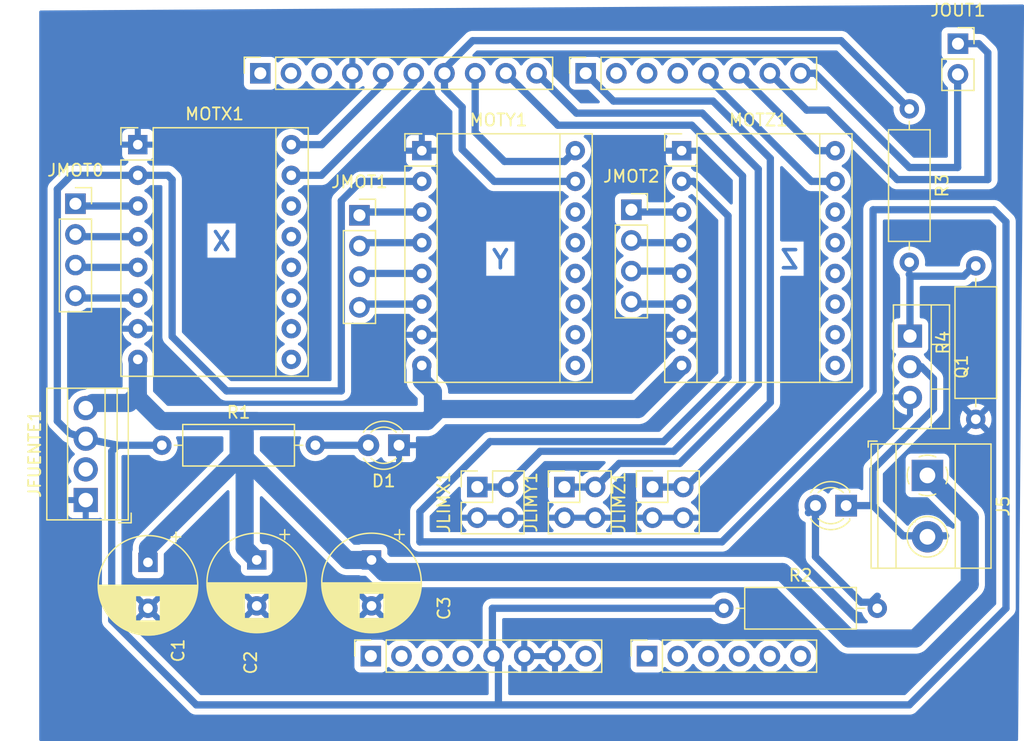
<source format=kicad_pcb>
(kicad_pcb (version 20240108) (generator "pcbnew") (generator_version "8.0")
  (title_block (date "mar. 31 mars 2015"))
  (layers (0 "F.Cu" signal) (31 "B.Cu" signal) (34 "B.Paste" user) (35 "F.Paste" user) (36 "B.SilkS" user "B.Silkscreen") (37 "F.SilkS" user "F.Silkscreen") (38 "B.Mask" user) (39 "F.Mask" user) (44 "Edge.Cuts" user))
  (net 0 "")
  (net 1 "GND")
  (net 3 "+5V")
  (net 4 "/IOREF")
  (net 5 "/A0")
  (net 6 "/A1")
  (net 7 "/A2")
  (net 8 "/A3")
  (net 9 "/SDA{slash}A4")
  (net 10 "/SCL{slash}A5")
  (net 11 "/13")
  (net 12 "/12")
  (net 13 "/AREF")
  (net 14 "/8")
  (net 15 "/7")
  (net 16 "/*11")
  (net 17 "/*10")
  (net 18 "/*9")
  (net 19 "/4")
  (net 20 "/2")
  (net 21 "/*6")
  (net 22 "/*5")
  (net 23 "/TX{slash}1")
  (net 24 "/*3")
  (net 25 "/RX{slash}0")
  (net 26 "+3V3")
  (net 27 "+12V")
  (net 28 "/~{RESET}")
  (net 29 "Net-(D1-A)")
  (net 30 "Net-(D4-K)")
  (net 31 "Net-(D4-A)")
  (net 33 "+3.3V")
  (net 34 "/MOT01B")
  (net 35 "/MOT01A")
  (net 36 "/MOT02A")
  (net 37 "/MOT02B")
  (net 38 "/MOT11B")
  (net 39 "/MOT12A")
  (net 40 "/MOT12B")
  (net 41 "/MOT11A")
  (net 42 "/MOT21B")
  (net 43 "/MOT22B")
  (net 44 "/MOT22A")
  (net 45 "/MOT21A")
  (net 48 "/MOT0MS2")
  (net 50 "/MOT0MS3")
  (net 51 "/MOT0MS1")
  (net 52 "/MOT1MS1")
  (net 55 "/MOT1MS3")
  (net 56 "/MOT1MS2")
  (net 60 "/MOT2MS3")
  (net 61 "/MOT2MS2")
  (net 62 "/MOT2MS1")
  (net 64 "Net-(Q1-G)")
  (footprint "Connector_PinSocket_2.54mm:PinSocket_1x08_P2.54mm_Vertical" (layer "F.Cu") (at 173.644 106.76 90)
    (property "Reference" "J1" (hide yes))
    (property "Value" "Power")
    (pad "1" thru_hole rect (at 0 0 90) (size 1.7 1.7) (drill 1) (layers "*.Cu" "*.Mask"))
    (pad "2" thru_hole oval (at 0 2.54 90) (size 1.7 1.7) (drill 1) (layers "*.Cu" "*.Mask") (net 4 "/IOREF"))
    (pad "3" thru_hole oval (at 0 5.08 90) (size 1.7 1.7) (drill 1) (layers "*.Cu" "*.Mask") (net 28 "/~{RESET}"))
    (pad "4" thru_hole oval (at 0 7.62 90) (size 1.7 1.7) (drill 1) (layers "*.Cu" "*.Mask") (net 26 "+3V3"))
    (pad "5" thru_hole oval (at 0 10.16 90) (size 1.7 1.7) (drill 1) (layers "*.Cu" "*.Mask") (net 3 "+5V"))
    (pad "6" thru_hole oval (at 0 12.7 90) (size 1.7 1.7) (drill 1) (layers "*.Cu" "*.Mask") (net 1 "GND"))
    (pad "7" thru_hole oval (at 0 15.24 90) (size 1.7 1.7) (drill 1) (layers "*.Cu" "*.Mask") (net 1 "GND"))
    (pad "8" thru_hole oval (at 0 17.78 90) (size 1.7 1.7) (drill 1) (layers "*.Cu" "*.Mask"))
  )
  (footprint "Connector_PinSocket_2.54mm:PinSocket_1x06_P2.54mm_Vertical" (layer "F.Cu") (at 196.504 106.76 90)
    (property "Reference" "J3" (hide yes))
    (property "Value" "Analog")
    (pad "1" thru_hole rect (at 0 0 90) (size 1.7 1.7) (drill 1) (layers "*.Cu" "*.Mask") (net 5 "/A0"))
    (pad "2" thru_hole oval (at 0 2.54 90) (size 1.7 1.7) (drill 1) (layers "*.Cu" "*.Mask") (net 6 "/A1"))
    (pad "3" thru_hole oval (at 0 5.08 90) (size 1.7 1.7) (drill 1) (layers "*.Cu" "*.Mask") (net 7 "/A2"))
    (pad "4" thru_hole oval (at 0 7.62 90) (size 1.7 1.7) (drill 1) (layers "*.Cu" "*.Mask") (net 8 "/A3"))
    (pad "5" thru_hole oval (at 0 10.16 90) (size 1.7 1.7) (drill 1) (layers "*.Cu" "*.Mask") (net 9 "/SDA{slash}A4"))
    (pad "6" thru_hole oval (at 0 12.7 90) (size 1.7 1.7) (drill 1) (layers "*.Cu" "*.Mask") (net 10 "/SCL{slash}A5"))
  )
  (footprint "Connector_PinSocket_2.54mm:PinSocket_1x10_P2.54mm_Vertical" (layer "F.Cu") (at 164.5 58.5 90)
    (property "Reference" "J2" (hide yes))
    (property "Value" "Digital/PWM")
    (pad "1" thru_hole rect (at 0 0 90) (size 1.7 1.7) (drill 1) (layers "*.Cu" "*.Mask") (net 10 "/SCL{slash}A5"))
    (pad "2" thru_hole oval (at 0 2.54 90) (size 1.7 1.7) (drill 1) (layers "*.Cu" "*.Mask") (net 9 "/SDA{slash}A4"))
    (pad "3" thru_hole oval (at 0 5.08 90) (size 1.7 1.7) (drill 1) (layers "*.Cu" "*.Mask") (net 13 "/AREF"))
    (pad "4" thru_hole oval (at 0 7.62 90) (size 1.7 1.7) (drill 1) (layers "*.Cu" "*.Mask") (net 1 "GND"))
    (pad "5" thru_hole oval (at 0 10.16 90) (size 1.7 1.7) (drill 1) (layers "*.Cu" "*.Mask") (net 11 "/13"))
    (pad "6" thru_hole oval (at 0 12.7 90) (size 1.7 1.7) (drill 1) (layers "*.Cu" "*.Mask") (net 12 "/12"))
    (pad "7" thru_hole oval (at 0 15.24 90) (size 1.7 1.7) (drill 1) (layers "*.Cu" "*.Mask") (net 16 "/*11"))
    (pad "8" thru_hole oval (at 0 17.78 90) (size 1.7 1.7) (drill 1) (layers "*.Cu" "*.Mask") (net 17 "/*10"))
    (pad "9" thru_hole oval (at 0 20.32 90) (size 1.7 1.7) (drill 1) (layers "*.Cu" "*.Mask") (net 18 "/*9"))
    (pad "10" thru_hole oval (at 0 22.86 90) (size 1.7 1.7) (drill 1) (layers "*.Cu" "*.Mask") (net 14 "/8"))
  )
  (footprint "Connector_PinSocket_2.54mm:PinSocket_1x08_P2.54mm_Vertical" (layer "F.Cu") (at 191.424 58.5 90)
    (property "Reference" "J4" (hide yes))
    (property "Value" "Digital/PWM")
    (pad "1" thru_hole rect (at 0 0 90) (size 1.7 1.7) (drill 1) (layers "*.Cu" "*.Mask") (net 15 "/7"))
    (pad "2" thru_hole oval (at 0 2.54 90) (size 1.7 1.7) (drill 1) (layers "*.Cu" "*.Mask") (net 21 "/*6"))
    (pad "3" thru_hole oval (at 0 5.08 90) (size 1.7 1.7) (drill 1) (layers "*.Cu" "*.Mask") (net 22 "/*5"))
    (pad "4" thru_hole oval (at 0 7.62 90) (size 1.7 1.7) (drill 1) (layers "*.Cu" "*.Mask") (net 19 "/4"))
    (pad "5" thru_hole oval (at 0 10.16 90) (size 1.7 1.7) (drill 1) (layers "*.Cu" "*.Mask") (net 24 "/*3"))
    (pad "6" thru_hole oval (at 0 12.7 90) (size 1.7 1.7) (drill 1) (layers "*.Cu" "*.Mask") (net 20 "/2"))
    (pad "7" thru_hole oval (at 0 15.24 90) (size 1.7 1.7) (drill 1) (layers "*.Cu" "*.Mask") (net 23 "/TX{slash}1"))
    (pad "8" thru_hole oval (at 0 17.78 90) (size 1.7 1.7) (drill 1) (layers "*.Cu" "*.Mask") (net 25 "/RX{slash}0"))
  )
  (footprint "Connector_PinSocket_2.54mm:PinSocket_2x02_P2.54mm_Vertical" (layer "F.Cu") (at 196.954 92.76 90)
    (property "Reference" "JLIMZ1" (at -1.27 -2.77 90) (layer "F.SilkS"))
    (property "Value" "02x02")
    (pad "1" thru_hole rect (at 0 0 90) (size 1.7 1.7) (drill 1) (layers "*.Cu" "*.Mask") (net 15 "/7"))
    (pad "2" thru_hole oval (at -2.54 0 90) (size 1.7 1.7) (drill 1) (layers "*.Cu" "*.Mask") (net 1 "GND"))
    (pad "3" thru_hole oval (at 0 2.54 90) (size 1.7 1.7) (drill 1) (layers "*.Cu" "*.Mask") (net 15 "/7"))
    (pad "4" thru_hole oval (at -2.54 2.54 90) (size 1.7 1.7) (drill 1) (layers "*.Cu" "*.Mask") (net 1 "GND"))
  )
  (footprint "TerminalBlock:TerminalBlock_Xinya_XY308-2.54-4P_1x04_P2.54mm_Horizontal" (layer "F.Cu") (at 150.054 93.84 90)
    (property "Reference" "JFUENTE1" (at 3.81 -4.22 90) (layer "F.SilkS"))
    (property "Value" "Conn_01x04")
    (pad "1" thru_hole rect (at 0 0 90) (size 2 2) (drill 1.2) (layers "*.Cu" "*.Mask") (net 1 "GND"))
    (pad "2" thru_hole circle (at 2.54 0 90) (size 2 2) (drill 1.2) (layers "*.Cu" "*.Mask") (net 33 "+3.3V"))
    (pad "3" thru_hole circle (at 5.08 0 90) (size 2 2) (drill 1.2) (layers "*.Cu" "*.Mask") (net 3 "+5V"))
    (pad "4" thru_hole circle (at 7.62 0 90) (size 2 2) (drill 1.2) (layers "*.Cu" "*.Mask") (net 27 "+12V"))
  )
  (footprint "Capacitor_THT:CP_Radial_D8.0mm_P3.80mm" (layer "F.Cu") (at 155.204 99 -90)
    (property "Reference" "C1" (at 7.3 -2.5 90) (layer "F.SilkS"))
    (property "Value" "C")
    (pad "1" thru_hole rect (at 0 0 270) (size 1.6 1.6) (drill 0.8) (layers "*.Cu" "*.Mask") (net 27 "+12V"))
    (pad "2" thru_hole circle (at 3.8 0 270) (size 1.6 1.6) (drill 0.8) (layers "*.Cu" "*.Mask") (net 1 "GND"))
  )
  (footprint "Capacitor_THT:CP_Radial_D8.0mm_P3.80mm" (layer "F.Cu") (at 164.204 98.8 -90)
    (property "Reference" "C2" (at 8.5 0.5 90) (layer "F.SilkS"))
    (property "Value" "C")
    (pad "1" thru_hole rect (at 0 0 270) (size 1.6 1.6) (drill 0.8) (layers "*.Cu" "*.Mask") (net 27 "+12V"))
    (pad "2" thru_hole circle (at 3.8 0 270) (size 1.6 1.6) (drill 0.8) (layers "*.Cu" "*.Mask") (net 1 "GND"))
  )
  (footprint "Resistor_THT:R_Axial_DIN0309_L9.0mm_D3.2mm_P12.70mm_Horizontal" (layer "F.Cu") (at 156.354 89.3)
    (property "Reference" "R1" (at 6.35 -2.72 0) (layer "F.SilkS"))
    (property "Value" "330R")
    (pad "1" thru_hole circle (at 0 0) (size 1.6 1.6) (drill 0.8) (layers "*.Cu" "*.Mask") (net 3 "+5V"))
    (pad "2" thru_hole oval (at 12.7 0) (size 1.6 1.6) (drill 0.8) (layers "*.Cu" "*.Mask") (net 29 "Net-(D1-A)"))
  )
  (footprint "TerminalBlock_Phoenix:TerminalBlock_Phoenix_MKDS-1,5-2-5.08_1x02_P5.08mm_Horizontal" (layer "F.Cu") (at 219.704 91.8 -90)
    (property "Reference" "J5" (at 2.54 -6.26 90) (layer "F.SilkS"))
    (property "Value" "Conn_01x02")
    (pad "1" thru_hole rect (at 0 0 270) (size 2.6 2.6) (drill 1.3) (layers "*.Cu" "*.Mask") (net 27 "+12V"))
    (pad "2" thru_hole circle (at 5.08 0 270) (size 2.6 2.6) (drill 1.3) (layers "*.Cu" "*.Mask") (net 30 "Net-(D4-K)"))
  )
  (footprint "Module:Pololu_Breakout-16_15.2x20.3mm" (layer "F.Cu") (at 177.864 64.91)
    (property "Reference" "MOTY1" (at 6.35 -2.54 0) (layer "F.SilkS"))
    (property "Value" "Pololu_Breakout_A4988")
    (pad "1" thru_hole rect (at 0 0) (size 1.6 1.6) (drill 0.8) (layers "*.Cu" "*.Mask") (net 1 "GND"))
    (pad "2" thru_hole oval (at 0 2.54) (size 1.6 1.6) (drill 0.8) (layers "*.Cu" "*.Mask") (net 3 "+5V"))
    (pad "3" thru_hole oval (at 0 5.08) (size 1.6 1.6) (drill 0.8) (layers "*.Cu" "*.Mask") (net 38 "/MOT11B"))
    (pad "4" thru_hole oval (at 0 7.62) (size 1.6 1.6) (drill 0.8) (layers "*.Cu" "*.Mask") (net 41 "/MOT11A"))
    (pad "5" thru_hole oval (at 0 10.16) (size 1.6 1.6) (drill 0.8) (layers "*.Cu" "*.Mask") (net 39 "/MOT12A"))
    (pad "6" thru_hole oval (at 0 12.7) (size 1.6 1.6) (drill 0.8) (layers "*.Cu" "*.Mask") (net 40 "/MOT12B"))
    (pad "7" thru_hole oval (at 0 15.24) (size 1.6 1.6) (drill 0.8) (layers "*.Cu" "*.Mask") (net 1 "GND"))
    (pad "8" thru_hole oval (at 0 17.78) (size 1.6 1.6) (drill 0.8) (layers "*.Cu" "*.Mask") (net 27 "+12V"))
    (pad "9" thru_hole oval (at 12.7 17.78) (size 1.6 1.6) (drill 0.8) (layers "*.Cu" "*.Mask"))
    (pad "10" thru_hole oval (at 12.7 15.24) (size 1.6 1.6) (drill 0.8) (layers "*.Cu" "*.Mask") (net 52 "/MOT1MS1"))
    (pad "11" thru_hole oval (at 12.7 12.7) (size 1.6 1.6) (drill 0.8) (layers "*.Cu" "*.Mask") (net 56 "/MOT1MS2"))
    (pad "12" thru_hole oval (at 12.7 10.16) (size 1.6 1.6) (drill 0.8) (layers "*.Cu" "*.Mask") (net 55 "/MOT1MS3"))
    (pad "13" thru_hole oval (at 12.7 7.62) (size 1.6 1.6) (drill 0.8) (layers "*.Cu" "*.Mask"))
    (pad "14" thru_hole oval (at 12.7 5.08) (size 1.6 1.6) (drill 0.8) (layers "*.Cu" "*.Mask"))
    (pad "15" thru_hole oval (at 12.7 2.54) (size 1.6 1.6) (drill 0.8) (layers "*.Cu" "*.Mask") (net 16 "/*11"))
    (pad "16" thru_hole oval (at 12.7 0) (size 1.6 1.6) (drill 0.8) (layers "*.Cu" "*.Mask") (net 17 "/*10"))
  )
  (footprint "Connector_PinSocket_2.54mm:PinSocket_1x04_P2.54mm_Vertical" (layer "F.Cu") (at 149.204 69.3)
    (property "Reference" "JMOT0" (at 0 -2.77 0) (layer "F.SilkS"))
    (property "Value" "Conn_01x04_Pin")
    (pad "1" thru_hole rect (at 0 0) (size 1.7 1.7) (drill 1) (layers "*.Cu" "*.Mask") (net 34 "/MOT01B"))
    (pad "2" thru_hole oval (at 0 2.54) (size 1.7 1.7) (drill 1) (layers "*.Cu" "*.Mask") (net 35 "/MOT01A"))
    (pad "3" thru_hole oval (at 0 5.08) (size 1.7 1.7) (drill 1) (layers "*.Cu" "*.Mask") (net 36 "/MOT02A"))
    (pad "4" thru_hole oval (at 0 7.62) (size 1.7 1.7) (drill 1) (layers "*.Cu" "*.Mask") (net 37 "/MOT02B"))
  )
  (footprint "Module:Pololu_Breakout-16_15.2x20.3mm" (layer "F.Cu") (at 154.364 64.41)
    (property "Reference" "MOTX1" (at 6.35 -2.54 0) (layer "F.SilkS"))
    (property "Value" "Pololu_Breakout_A4988")
    (pad "1" thru_hole rect (at 0 0) (size 1.6 1.6) (drill 0.8) (layers "*.Cu" "*.Mask") (net 1 "GND"))
    (pad "2" thru_hole oval (at 0 2.54) (size 1.6 1.6) (drill 0.8) (layers "*.Cu" "*.Mask") (net 3 "+5V"))
    (pad "3" thru_hole oval (at 0 5.08) (size 1.6 1.6) (drill 0.8) (layers "*.Cu" "*.Mask") (net 34 "/MOT01B"))
    (pad "4" thru_hole oval (at 0 7.62) (size 1.6 1.6) (drill 0.8) (layers "*.Cu" "*.Mask") (net 35 "/MOT01A"))
    (pad "5" thru_hole oval (at 0 10.16) (size 1.6 1.6) (drill 0.8) (layers "*.Cu" "*.Mask") (net 36 "/MOT02A"))
    (pad "6" thru_hole oval (at 0 12.7) (size 1.6 1.6) (drill 0.8) (layers "*.Cu" "*.Mask") (net 37 "/MOT02B"))
    (pad "7" thru_hole oval (at 0 15.24) (size 1.6 1.6) (drill 0.8) (layers "*.Cu" "*.Mask") (net 1 "GND"))
    (pad "8" thru_hole oval (at 0 17.78) (size 1.6 1.6) (drill 0.8) (layers "*.Cu" "*.Mask") (net 27 "+12V"))
    (pad "9" thru_hole oval (at 12.7 17.78) (size 1.6 1.6) (drill 0.8) (layers "*.Cu" "*.Mask"))
    (pad "10" thru_hole oval (at 12.7 15.24) (size 1.6 1.6) (drill 0.8) (layers "*.Cu" "*.Mask") (net 51 "/MOT0MS1"))
    (pad "11" thru_hole oval (at 12.7 12.7) (size 1.6 1.6) (drill 0.8) (layers "*.Cu" "*.Mask") (net 48 "/MOT0MS2"))
    (pad "12" thru_hole oval (at 12.7 10.16) (size 1.6 1.6) (drill 0.8) (layers "*.Cu" "*.Mask") (net 50 "/MOT0MS3"))
    (pad "13" thru_hole oval (at 12.7 7.62) (size 1.6 1.6) (drill 0.8) (layers "*.Cu" "*.Mask"))
    (pad "14" thru_hole oval (at 12.7 5.08) (size 1.6 1.6) (drill 0.8) (layers "*.Cu" "*.Mask"))
    (pad "15" thru_hole oval (at 12.7 2.54) (size 1.6 1.6) (drill 0.8) (layers "*.Cu" "*.Mask") (net 12 "/12"))
    (pad "16" thru_hole oval (at 12.7 0) (size 1.6 1.6) (drill 0.8) (layers "*.Cu" "*.Mask") (net 11 "/13"))
  )
  (footprint "Connector_PinSocket_2.54mm:PinSocket_2x02_P2.54mm_Vertical" (layer "F.Cu") (at 189.664 92.76 90)
    (property "Reference" "JLIMY1" (at -1.27 -2.77 90) (layer "F.SilkS"))
    (property "Value" "02x02")
    (pad "1" thru_hole rect (at 0 0 90) (size 1.7 1.7) (drill 1) (layers "*.Cu" "*.Mask") (net 14 "/8"))
    (pad "2" thru_hole oval (at -2.54 0 90) (size 1.7 1.7) (drill 1) (layers "*.Cu" "*.Mask") (net 1 "GND"))
    (pad "3" thru_hole oval (at 0 2.54 90) (size 1.7 1.7) (drill 1) (layers "*.Cu" "*.Mask") (net 14 "/8"))
    (pad "4" thru_hole oval (at -2.54 2.54 90) (size 1.7 1.7) (drill 1) (layers "*.Cu" "*.Mask") (net 1 "GND"))
  )
  (footprint "LED_THT:LED_D3.0mm" (layer "F.Cu") (at 175.979 89.3 180)
    (property "Reference" "D1" (at 1.27 -2.96 0) (layer "F.SilkS"))
    (property "Value" "LED")
    (pad "1" thru_hole rect (at 0 0 180) (size 1.8 1.8) (drill 0.9) (layers "*.Cu" "*.Mask") (net 1 "GND"))
    (pad "2" thru_hole circle (at 2.54 0 180) (size 1.8 1.8) (drill 0.9) (layers "*.Cu" "*.Mask") (net 29 "Net-(D1-A)"))
  )
  (footprint "Package_TO_SOT_THT:TO-220-3_Vertical" (layer "F.Cu") (at 218.259 80.26 -90)
    (property "Reference" "Q1" (at 2.54 -4.27 90) (layer "F.SilkS"))
    (property "Value" "IRLZ44N")
    (pad "1" thru_hole rect (at 0 0 270) (size 1.905 2) (drill 1.1) (layers "*.Cu" "*.Mask") (net 64 "Net-(Q1-G)"))
    (pad "2" thru_hole oval (at 2.54 0 270) (size 1.905 2) (drill 1.1) (layers "*.Cu" "*.Mask") (net 30 "Net-(D4-K)"))
    (pad "3" thru_hole oval (at 5.08 0 270) (size 1.905 2) (drill 1.1) (layers "*.Cu" "*.Mask") (net 1 "GND"))
  )
  (footprint "Resistor_THT:R_Axial_DIN0309_L9.0mm_D3.2mm_P12.70mm_Horizontal" (layer "F.Cu") (at 218.204 61.45 -90)
    (property "Reference" "R3" (at 6.35 -2.72 90) (layer "F.SilkS"))
    (property "Value" "10R")
    (pad "1" thru_hole circle (at 0 0 270) (size 1.6 1.6) (drill 0.8) (layers "*.Cu" "*.Mask") (net 16 "/*11"))
    (pad "2" thru_hole oval (at 12.7 0 270) (size 1.6 1.6) (drill 0.8) (layers "*.Cu" "*.Mask") (net 64 "Net-(Q1-G)"))
  )
  (footprint "Module:Pololu_Breakout-16_15.2x20.3mm" (layer "F.Cu") (at 199.364 64.91)
    (property "Reference" "MOTZ1" (at 6.35 -2.54 0) (layer "F.SilkS"))
    (property "Value" "Pololu_Breakout_A4988")
    (pad "1" thru_hole rect (at 0 0) (size 1.6 1.6) (drill 0.8) (layers "*.Cu" "*.Mask") (net 1 "GND"))
    (pad "2" thru_hole oval (at 0 2.54) (size 1.6 1.6) (drill 0.8) (layers "*.Cu" "*.Mask") (net 3 "+5V"))
    (pad "3" thru_hole oval (at 0 5.08) (size 1.6 1.6) (drill 0.8) (layers "*.Cu" "*.Mask") (net 42 "/MOT21B"))
    (pad "4" thru_hole oval (at 0 7.62) (size 1.6 1.6) (drill 0.8) (layers "*.Cu" "*.Mask") (net 45 "/MOT21A"))
    (pad "5" thru_hole oval (at 0 10.16) (size 1.6 1.6) (drill 0.8) (layers "*.Cu" "*.Mask") (net 44 "/MOT22A"))
    (pad "6" thru_hole oval (at 0 12.7) (size 1.6 1.6) (drill 0.8) (layers "*.Cu" "*.Mask") (net 43 "/MOT22B"))
    (pad "7" thru_hole oval (at 0 15.24) (size 1.6 1.6) (drill 0.8) (layers "*.Cu" "*.Mask") (net 1 "GND"))
    (pad "8" thru_hole oval (at 0 17.78) (size 1.6 1.6) (drill 0.8) (layers "*.Cu" "*.Mask") (net 27 "+12V"))
    (pad "9" thru_hole oval (at 12.7 17.78) (size 1.6 1.6) (drill 0.8) (layers "*.Cu" "*.Mask"))
    (pad "10" thru_hole oval (at 12.7 15.24) (size 1.6 1.6) (drill 0.8) (layers "*.Cu" "*.Mask") (net 62 "/MOT2MS1"))
    (pad "11" thru_hole oval (at 12.7 12.7) (size 1.6 1.6) (drill 0.8) (layers "*.Cu" "*.Mask") (net 61 "/MOT2MS2"))
    (pad "12" thru_hole oval (at 12.7 10.16) (size 1.6 1.6) (drill 0.8) (layers "*.Cu" "*.Mask") (net 60 "/MOT2MS3"))
    (pad "13" thru_hole oval (at 12.7 7.62) (size 1.6 1.6) (drill 0.8) (layers "*.Cu" "*.Mask"))
    (pad "14" thru_hole oval (at 12.7 5.08) (size 1.6 1.6) (drill 0.8) (layers "*.Cu" "*.Mask"))
    (pad "15" thru_hole oval (at 12.7 2.54) (size 1.6 1.6) (drill 0.8) (layers "*.Cu" "*.Mask") (net 24 "/*3"))
    (pad "16" thru_hole oval (at 12.7 0) (size 1.6 1.6) (drill 0.8) (layers "*.Cu" "*.Mask") (net 20 "/2"))
  )
  (footprint "Connector_PinSocket_2.54mm:PinSocket_1x04_P2.54mm_Vertical" (layer "F.Cu") (at 195.204 69.8)
    (property "Reference" "JMOT2" (at 0 -2.77 0) (layer "F.SilkS"))
    (property "Value" "Conn_01x04_Pin")
    (pad "1" thru_hole rect (at 0 0) (size 1.7 1.7) (drill 1) (layers "*.Cu" "*.Mask") (net 42 "/MOT21B"))
    (pad "2" thru_hole oval (at 0 2.54) (size 1.7 1.7) (drill 1) (layers "*.Cu" "*.Mask") (net 45 "/MOT21A"))
    (pad "3" thru_hole oval (at 0 5.08) (size 1.7 1.7) (drill 1) (layers "*.Cu" "*.Mask") (net 44 "/MOT22A"))
    (pad "4" thru_hole oval (at 0 7.62) (size 1.7 1.7) (drill 1) (layers "*.Cu" "*.Mask") (net 43 "/MOT22B"))
  )
  (footprint "Connector_PinSocket_2.54mm:PinSocket_1x02_P2.54mm_Vertical" (layer "F.Cu") (at 222.229 56.05)
    (property "Reference" "JOUT1" (at 0 -2.77 0) (layer "F.SilkS"))
    (property "Value" "Conn_01x02")
    (pad "1" thru_hole rect (at 0 0) (size 1.7 1.7) (drill 1) (layers "*.Cu" "*.Mask") (net 23 "/TX{slash}1"))
    (pad "2" thru_hole oval (at 0 2.54) (size 1.7 1.7) (drill 1) (layers "*.Cu" "*.Mask") (net 25 "/RX{slash}0"))
  )
  (footprint "Connector_PinSocket_2.54mm:PinSocket_1x04_P2.54mm_Vertical" (layer "F.Cu") (at 172.704 70.26)
    (property "Reference" "JMOT1" (at 0 -2.77 0) (layer "F.SilkS"))
    (property "Value" "Conn_01x04_Pin")
    (pad "1" thru_hole rect (at 0 0) (size 1.7 1.7) (drill 1) (layers "*.Cu" "*.Mask") (net 38 "/MOT11B"))
    (pad "2" thru_hole oval (at 0 2.54) (size 1.7 1.7) (drill 1) (layers "*.Cu" "*.Mask") (net 41 "/MOT11A"))
    (pad "3" thru_hole oval (at 0 5.08) (size 1.7 1.7) (drill 1) (layers "*.Cu" "*.Mask") (net 39 "/MOT12A"))
    (pad "4" thru_hole oval (at 0 7.62) (size 1.7 1.7) (drill 1) (layers "*.Cu" "*.Mask") (net 40 "/MOT12B"))
  )
  (footprint "Capacitor_THT:CP_Radial_D8.0mm_P3.80mm" (layer "F.Cu") (at 173.704 98.8 -90)
    (property "Reference" "C3" (at 4 -6 90) (layer "F.SilkS"))
    (property "Value" "C" (hide yes))
    (pad "1" thru_hole rect (at 0 0 270) (size 1.6 1.6) (drill 0.8) (layers "*.Cu" "*.Mask") (net 27 "+12V"))
    (pad "2" thru_hole circle (at 3.8 0 270) (size 1.6 1.6) (drill 0.8) (layers "*.Cu" "*.Mask") (net 1 "GND"))
  )
  (footprint "Connector_PinSocket_2.54mm:PinSocket_2x02_P2.54mm_Vertical" (layer "F.Cu") (at 182.454 92.76 90)
    (property "Reference" "JLIMX1" (at -1.27 -2.77 90) (layer "F.SilkS"))
    (property "Value" "02x02")
    (pad "1" thru_hole rect (at 0 0 90) (size 1.7 1.7) (drill 1) (layers "*.Cu" "*.Mask") (net 18 "/*9"))
    (pad "2" thru_hole oval (at -2.54 0 90) (size 1.7 1.7) (drill 1) (layers "*.Cu" "*.Mask") (net 1 "GND"))
    (pad "3" thru_hole oval (at 0 2.54 90) (size 1.7 1.7) (drill 1) (layers "*.Cu" "*.Mask") (net 18 "/*9"))
    (pad "4" thru_hole oval (at -2.54 2.54 90) (size 1.7 1.7) (drill 1) (layers "*.Cu" "*.Mask") (net 1 "GND"))
  )
  (footprint "LED_THT:LED_D3.0mm" (layer "F.Cu") (at 212.979 94.3 180)
    (property "Reference" "D4" (hide yes))
    (property "Value" "LED2")
    (pad "1" thru_hole rect (at 0 0 180) (size 1.8 1.8) (drill 0.9) (layers "*.Cu" "*.Mask") (net 30 "Net-(D4-K)"))
    (pad "2" thru_hole circle (at 2.54 0 180) (size 1.8 1.8) (drill 0.9) (layers "*.Cu" "*.Mask") (net 31 "Net-(D4-A)"))
  )
  (footprint "Resistor_THT:R_Axial_DIN0309_L9.0mm_D3.2mm_P12.70mm_Horizontal" (layer "F.Cu") (at 223.704 87.15 90)
    (property "Reference" "R4" (at 6.35 -2.72 90) (layer "F.SilkS"))
    (property "Value" "10k")
    (pad "1" thru_hole circle (at 0 0 90) (size 1.6 1.6) (drill 0.8) (layers "*.Cu" "*.Mask") (net 1 "GND"))
    (pad "2" thru_hole oval (at 12.7 0 90) (size 1.6 1.6) (drill 0.8) (layers "*.Cu" "*.Mask") (net 64 "Net-(Q1-G)"))
  )
  (footprint "Resistor_THT:R_Axial_DIN0309_L9.0mm_D3.2mm_P12.70mm_Horizontal" (layer "F.Cu") (at 202.854 102.8)
    (property "Reference" "R2" (at 6.35 -2.72 0) (layer "F.SilkS"))
    (property "Value" "1800R")
    (pad "1" thru_hole circle (at 0 0) (size 1.6 1.6) (drill 0.8) (layers "*.Cu" "*.Mask") (net 27 "+12V"))
    (pad "2" thru_hole oval (at 12.7 0) (size 1.6 1.6) (drill 0.8) (layers "*.Cu" "*.Mask") (net 31 "Net-(D4-A)"))
  )
  (gr_text "Y" (at 185.204 74.8 0) (layer "B.Cu") (effects (font (size 1.5 1.5) (thickness 0.3) (bold yes)) (justify left bottom mirror)))
  (gr_text "X" (at 162.204 73.3 0) (layer "B.Cu") (effects (font (size 1.5 1.5) (thickness 0.3) (bold yes)) (justify left bottom mirror)))
  (gr_text "Z" (at 209.204 74.8 0) (layer "B.Cu") (effects (font (size 1.5 1.5) (thickness 0.3) (bold yes)) (justify left bottom mirror)))
  (segment (start 172.814 67.45) (end 171.204 69.06) (width 0.6) (layer "B.Cu") (net 3))
  (segment (start 152.704 89.3) (end 152.204 89.8) (width 0.6) (layer "B.Cu") (net 3))
  (segment (start 203.204 83.66863) (end 203.204 70.3) (width 0.6) (layer "B.Cu") (net 3))
  (segment (start 171.204 84.8) (end 161.704 84.8) (width 0.6) (layer "B.Cu") (net 3))
  (segment (start 159.204 110.8) (end 184.204 110.8) (width 0.6) (layer "B.Cu") (net 3))
  (segment (start 215.204 69.8) (end 215.204 84.8) (width 0.6) (layer "B.Cu") (net 3))
  (segment (start 147.704 87.3) (end 148.704 88.3) (width 0.6) (layer "B.Cu") (net 3))
  (segment (start 148.704 88.3) (end 150.054 88.76) (width 0.6) (layer "B.Cu") (net 3))
  (segment (start 177.864 67.45) (end 172.814 67.45) (width 0.6) (layer "B.Cu") (net 3))
  (segment (start 150.054 88.76) (end 152.704 89.3) (width 0.6) (layer "B.Cu") (net 3))
  (segment (start 218.204 110.8) (end 226.204 102.8) (width 0.6) (layer "B.Cu") (net 3))
  (segment (start 202.854 102.8) (end 183.704 102.8) (width 0.6) (layer "B.Cu") (net 3))
  (segment (start 226.204 102.8) (end 226.204 70.8) (width 0.6) (layer "B.Cu") (net 3))
  (segment (start 184.204 110.8) (end 218.204 110.8) (width 0.6) (layer "B.Cu") (net 3))
  (segment (start 197.87263 89) (end 203.204 83.66863) (width 0.6) (layer "B.Cu") (net 3))
  (segment (start 171.204 69.06) (end 171.204 84.8) (width 0.6) (layer "B.Cu") (net 3))
  (segment (start 152.204 103.8) (end 159.204 110.8) (width 0.6) (layer "B.Cu") (net 3))
  (segment (start 183.509406 89) (end 197.87263 89) (width 0.6) (layer "B.Cu") (net 3))
  (segment (start 148.854 66.95) (end 147.704 68.1) (width 0.6) (layer "B.Cu") (net 3))
  (segment (start 152.204 89.8) (end 152.204 103.8) (width 0.6) (layer "B.Cu") (net 3))
  (segment (start 156.354 89.3) (end 152.704 89.3) (width 0.6) (layer "B.Cu") (net 3))
  (segment (start 177.704 94.805406) (end 183.509406 89) (width 0.6) (layer "B.Cu") (net 3))
  (segment (start 161.704 84.8) (end 157.204 80.3) (width 0.6) (layer "B.Cu") (net 3))
  (segment (start 183.704 102.8) (end 183.704 106.66) (width 0.6) (layer "B.Cu") (net 3))
  (segment (start 200.354 67.45) (end 199.364 67.45) (width 0.6) (layer "B.Cu") (net 3))
  (segment (start 202.704 97.3) (end 177.704 97.3) (width 0.6) (layer "B.Cu") (net 3))
  (segment (start 156.854 66.95) (end 154.364 66.95) (width 0.6) (layer "B.Cu") (net 3))
  (segment (start 157.204 80.3) (end 157.204 67.3) (width 0.6) (layer "B.Cu") (net 3))
  (segment (start 203.204 70.3) (end 200.354 67.45) (width 0.6) (layer "B.Cu") (net 3))
  (segment (start 226.204 70.8) (end 225.204 69.8) (width 0.6) (layer "B.Cu") (net 3))
  (segment (start 184.204 107.16) (end 184.204 110.8) (width 0.6) (layer "B.Cu") (net 3))
  (segment (start 177.704 97.3) (end 177.704 94.805406) (width 0.6) (layer "B.Cu") (net 3))
  (segment (start 157.204 67.3) (end 156.854 66.95) (width 0.6) (layer "B.Cu") (net 3))
  (segment (start 154.364 66.95) (end 148.854 66.95) (width 0.6) (layer "B.Cu") (net 3))
  (segment (start 225.204 69.8) (end 215.204 69.8) (width 0.6) (layer "B.Cu") (net 3))
  (segment (start 147.704 68.1) (end 147.704 87.3) (width 0.6) (layer "B.Cu") (net 3))
  (segment (start 183.704 106.66) (end 183.804 106.76) (width 0.6) (layer "B.Cu") (net 3))
  (segment (start 215.204 84.8) (end 202.704 97.3) (width 0.6) (layer "B.Cu") (net 3))
  (segment (start 174.66 59.344) (end 174.66 58.5) (width 0.6) (layer "B.Cu") (net 11))
  (segment (start 169.594 64.41) (end 174.66 59.344) (width 0.6) (layer "B.Cu") (net 11))
  (segment (start 167.064 64.41) (end 169.594 64.41) (width 0.6) (layer "B.Cu") (net 11))
  (segment (start 167.064 66.95) (end 169.554 66.95) (width 0.6) (layer "B.Cu") (net 12))
  (segment (start 169.554 66.95) (end 177.2 59.304) (width 0.6) (layer "B.Cu") (net 12))
  (segment (start 177.2 59.304) (end 177.2 58.5) (width 0.6) (layer "B.Cu") (net 12))
  (segment (start 201.07263 61.8) (end 190.66 61.8) (width 0.6) (layer "B.Cu") (net 14))
  (segment (start 191.954 92.76) (end 189.914 92.76) (width 0.6) (layer "B.Cu") (net 14))
  (segment (start 192.204 93.01) (end 191.954 92.76) (width 0.6) (layer "B.Cu") (net 14))
  (segment (start 199.204 90.8) (end 205.704 84.3) (width 0.6) (layer "B.Cu") (net 14))
  (segment (start 189.914 92.76) (end 189.664 93.01) (width 0.6) (layer "B.Cu") (net 14))
  (segment (start 192.204 92.8) (end 194.204 90.8) (width 0.6) (layer "B.Cu") (net 14))
  (segment (start 190.66 61.8) (end 187.36 58.5) (width 0.6) (layer "B.Cu") (net 14))
  (segment (start 205.704 84.3) (end 205.704 66.43137) (width 0.6) (layer "B.Cu") (net 14))
  (segment (start 194.204 90.8) (end 199.204 90.8) (width 0.6) (layer "B.Cu") (net 14))
  (segment (start 205.704 66.43137) (end 201.07263 61.8) (width 0.6) (layer "B.Cu") (net 14))
  (segment (start 199.494 92.76) (end 196.954 92.76) (width 0.6) (layer "B.Cu") (net 15))
  (segment (start 193.724 60.8) (end 191.424 58.5) (width 0.6) (layer "B.Cu") (net 15))
  (segment (start 199.704 92.76) (end 206.704 85.76) (width 0.6) (layer "B.Cu") (net 15))
  (segment (start 201.954 60.8) (end 193.724 60.8) (width 0.6) (layer "B.Cu") (net 15))
  (segment (start 206.704 65.55) (end 201.954 60.8) (width 0.6) (layer "B.Cu") (net 15))
  (segment (start 206.704 85.76) (end 206.704 65.55) (width 0.6) (layer "B.Cu") (net 15))
  (segment (start 181.204 64.8) (end 181.204 61.3) (width 0.6) (layer "B.Cu") (net 16))
  (segment (start 182.072 55.8) (end 179.74 58.132) (width 0.6) (layer "B.Cu") (net 16))
  (segment (start 190.564 67.45) (end 183.854 67.45) (width 0.6) (layer "B.Cu") (net 16))
  (segment (start 212.554 55.8) (end 182.072 55.8) (width 0.6) (layer "B.Cu") (net 16))
  (segment (start 179.74 58.132) (end 179.74 58.5) (width 0.6) (layer "B.Cu") (net 16))
  (segment (start 218.204 61.45) (end 212.554 55.8) (width 0.6) (layer "B.Cu") (net 16))
  (segment (start 179.74 59.836) (end 179.74 58.5) (width 0.6) (layer "B.Cu") (net 16))
  (segment (start 181.204 61.3) (end 179.74 59.836) (width 0.6) (layer "B.Cu") (net 16))
  (segment (start 183.854 67.45) (end 181.204 64.8) (width 0.6) (layer "B.Cu") (net 16))
  (segment (start 190.564 64.91) (end 189.674 65.8) (width 0.6) (layer "B.Cu") (net 17))
  (segment (start 182.28 63.376) (end 182.28 58.5) (width 0.6) (layer "B.Cu") (net 17))
  (segment (start 184.704 65.8) (end 182.28 63.376) (width 0.6) (layer "B.Cu") (net 17))
  (segment (start 189.674 65.8) (end 184.704 65.8) (width 0.6) (layer "B.Cu") (net 17))
  (segment (start 184.704 92.76) (end 187.664 89.8) (width 0.6) (layer "B.Cu") (net 18))
  (segment (start 200.204 62.8) (end 189.12 62.8) (width 0.6) (layer "B.Cu") (net 18))
  (segment (start 184.994 93.01) (end 184.744 92.76) (width 0.6) (layer "B.Cu") (net 18))
  (segment (start 182.704 92.76) (end 182.454 93.01) (width 0.6) (layer "B.Cu") (net 18))
  (segment (start 204.404 84.1) (end 204.404 67) (width 0.6) (layer "B.Cu") (net 18))
  (segment (start 187.664 89.8) (end 198.704 89.8) (width 0.6) (layer "B.Cu") (net 18))
  (segment (start 184.744 92.76) (end 182.704 92.76) (width 0.6) (layer "B.Cu") (net 18))
  (segment (start 189.12 62.8) (end 184.82 58.5) (width 0.6) (layer "B.Cu") (net 18))
  (segment (start 198.704 89.8) (end 204.404 84.1) (width 0.6) (layer "B.Cu") (net 18))
  (segment (start 204.404 67) (end 200.204 62.8) (width 0.6) (layer "B.Cu") (net 18))
  (segment (start 210.534 64.91) (end 204.124 58.5) (width 0.6) (layer "B.Cu") (net 20))
  (segment (start 212.064 64.91) (end 210.534 64.91) (width 0.6) (layer "B.Cu") (net 20))
  (segment (start 211.454 61.55) (end 209.714 61.55) (width 0.6) (layer "B.Cu") (net 23))
  (segment (start 223.954 56.05) (end 224.704 56.8) (width 0.6) (layer "B.Cu") (net 23))
  (segment (start 209.714 61.55) (end 206.664 58.5) (width 0.6) (layer "B.Cu") (net 23))
  (segment (start 224.704 56.8) (end 224.704 67.3) (width 0.6) (layer "B.Cu") (net 23))
  (segment (start 217.204 67.3) (end 211.454 61.55) (width 0.6) (layer "B.Cu") (net 23))
  (segment (start 222.229 56.05) (end 223.954 56.05) (width 0.6) (layer "B.Cu") (net 23))
  (segment (start 224.704 67.3) (end 217.204 67.3) (width 0.6) (layer "B.Cu") (net 23))
  (segment (start 212.064 67.45) (end 210.104 67.45) (width 0.6) (layer "B.Cu") (net 24))
  (segment (start 201.584 58.93) (end 201.584 58.5) (width 0.6) (layer "B.Cu") (net 24))
  (segment (start 210.104 67.45) (end 201.584 58.93) (width 0.6) (layer "B.Cu") (net 24))
  (segment (start 218.206081 66.3) (end 210.406081 58.5) (width 0.6) (layer "B.Cu") (net 25))
  (segment (start 222.229 58.59) (end 222.204 58.615) (width 0.6) (layer "B.Cu") (net 25))
  (segment (start 222.204 58.615) (end 222.204 66.3) (width 0.6) (layer "B.Cu") (net 25))
  (segment (start 222.204 66.3) (end 218.206081 66.3) (width 0.6) (layer "B.Cu") (net 25))
  (segment (start 210.406081 58.5) (end 209.204 58.5) (width 0.6) (layer "B.Cu") (net 25))
  (segment (start 163.204 88.3) (end 163.204 90.3) (width 1.5) (layer "B.Cu") (net 27))
  (segment (start 178.784 84.88) (end 177.864 83.96) (width 1.5) (layer "B.Cu") (net 27))
  (segment (start 150.634 85.8) (end 153.624 85.8) (width 1.5) (layer "B.Cu") (net 27))
  (segment (start 173.704 98.8) (end 174.704 99.8) (width 1.5) (layer "B.Cu") (net 27))
  (segment (start 162.704 87.3) (end 164.204 87.3) (width 1.5) (layer "B.Cu") (net 27))
  (segment (start 218.704 105.3) (end 223.204 100.8) (width 1.5) (layer "B.Cu") (net 27))
  (segment (start 178.784 86.8) (end 178.784 84.88) (width 1.5) (layer "B.Cu") (net 27))
  (segment (start 178.784 86.8) (end 179.284 86.3) (width 1.5) (layer "B.Cu") (net 27))
  (segment (start 154.204 85.22) (end 156.284 87.3) (width 1.5) (layer "B.Cu") (net 27))
  (segment (start 195.754 86.3) (end 199.364 82.69) (width 1.5) (layer "B.Cu") (net 27))
  (segment (start 162.704 87.3) (end 162.704 90.3) (width 1.5) (layer "B.Cu") (net 27))
  (segment (start 163.204 87.8) (end 162.704 87.3) (width 1.5) (layer "B.Cu") (net 27))
  (segment (start 156.284 87.3) (end 162.704 87.3) (width 1.5) (layer "B.Cu") (net 27))
  (segment (start 174.704 99.8) (end 207.704 99.8) (width 1.5) (layer "B.Cu") (net 27))
  (segment (start 223.204 100.8) (end 223.204 95.3) (width 1.5) (layer "B.Cu") (net 27))
  (segment (start 207.704 99.8) (end 213.204 105.3) (width 1.5) (layer "B.Cu") (net 27))
  (segment (start 163.204 97.8) (end 163.204 87.8) (width 1.5) (layer "B.Cu") (net 27))
  (segment (start 162.704 87.3) (end 178.284 87.3) (width 1.5) (layer "B.Cu") (net 27))
  (segment (start 163.204 90.3) (end 171.704 98.8) (width 1.5) (layer "B.Cu") (net 27))
  (segment (start 164.204 98.8) (end 163.204 97.8) (width 1.5) (layer "B.Cu") (net 27))
  (segment (start 153.624 85.8) (end 154.204 85.22) (width 1.5) (layer "B.Cu") (net 27))
  (segment (start 179.284 86.3) (end 195.754 86.3) (width 1.5) (layer "B.Cu") (net 27))
  (segment (start 154.364 85.06) (end 154.364 82.19) (width 1.5) (layer "B.Cu") (net 27))
  (segment (start 213.204 105.3) (end 218.704 105.3) (width 1.5) (layer "B.Cu") (net 27))
  (segment (start 171.704 98.8) (end 173.704 98.8) (width 1.5) (layer "B.Cu") (net 27))
  (segment (start 155.204 97.8) (end 155.204 98.997349) (width 1.5) (layer "B.Cu") (net 27))
  (segment (start 223.204 95.3) (end 219.704 91.8) (width 1.5) (layer "B.Cu") (net 27))
  (segment (start 178.284 87.3) (end 178.784 86.8) (width 1.5) (layer "B.Cu") (net 27))
  (segment (start 154.204 85.22) (end 154.364 85.06) (width 1.5) (layer "B.Cu") (net 27))
  (segment (start 219.704 91.8) (end 220.204 91.3) (width 1.5) (layer "B.Cu") (net 27))
  (segment (start 177.864 83.96) (end 177.864 82.69) (width 1.5) (layer "B.Cu") (net 27))
  (segment (start 162.704 90.3) (end 155.204 97.8) (width 1.5) (layer "B.Cu") (net 27))
  (segment (start 173.439 89.3) (end 169.054 89.3) (width 0.6) (layer "B.Cu") (net 29))
  (segment (start 220.204 83.8) (end 220.204 86.3) (width 0.6) (layer "B.Cu") (net 30))
  (segment (start 215.204 94.3) (end 217.704 96.8) (width 0.6) (layer "B.Cu") (net 30))
  (segment (start 212.979 94.3) (end 215.204 94.3) (width 0.6) (layer "B.Cu") (net 30))
  (segment (start 217.704 96.8) (end 221.204 96.8) (width 0.6) (layer "B.Cu") (net 30))
  (segment (start 219.204 82.8) (end 220.204 83.8) (width 0.6) (layer "B.Cu") (net 30))
  (segment (start 220.204 86.3) (end 215.204 91.3) (width 0.6) (layer "B.Cu") (net 30))
  (segment (start 218.259 82.8) (end 219.204 82.8) (width 0.6) (layer "B.Cu") (net 30))
  (segment (start 215.204 91.3) (end 215.204 94.3) (width 0.6) (layer "B.Cu") (net 30))
  (segment (start 209.854 94.885) (end 210.439 94.3) (width 0.6) (layer "B.Cu") (net 31))
  (segment (start 210.439 98.535) (end 210.439 94.3) (width 0.6) (layer "B.Cu") (net 31))
  (segment (start 214.204 102.3) (end 210.439 98.535) (width 0.6) (layer "B.Cu") (net 31))
  (segment (start 215.554 101.8) (end 215.054 102.3) (width 0.6) (layer "B.Cu") (net 31))
  (segment (start 215.054 102.3) (end 214.204 102.3) (width 0.6) (layer "B.Cu") (net 31))
  (segment (start 149.394 69.49) (end 149.204 69.3) (width 0.6) (layer "B.Cu") (net 34))
  (segment (start 154.364 69.49) (end 149.394 69.49) (width 0.6) (layer "B.Cu") (net 34))
  (segment (start 149.394 72.03) (end 149.204 71.84) (width 0.6) (layer "B.Cu") (net 35))
  (segment (start 154.364 72.03) (end 149.394 72.03) (width 0.6) (layer "B.Cu") (net 35))
  (segment (start 154.364 74.57) (end 149.394 74.57) (width 0.6) (layer "B.Cu") (net 36))
  (segment (start 149.394 74.57) (end 149.204 74.38) (width 0.6) (layer "B.Cu") (net 36))
  (segment (start 154.364 77.11) (end 149.394 77.11) (width 0.6) (layer "B.Cu") (net 37))
  (segment (start 149.394 77.11) (end 149.204 76.92) (width 0.6) (layer "B.Cu") (net 37))
  (segment (start 172.974 69.99) (end 172.704 70.26) (width 0.6) (layer "B.Cu") (net 38))
  (segment (start 177.864 69.99) (end 172.974 69.99) (width 0.6) (layer "B.Cu") (net 38))
  (segment (start 177.864 75.07) (end 172.974 75.07) (width 0.6) (layer "B.Cu") (net 39))
  (segment (start 172.974 75.07) (end 172.704 75.34) (width 0.6) (layer "B.Cu") (net 39))
  (segment (start 177.864 77.61) (end 172.974 77.61) (width 0.6) (layer "B.Cu") (net 40))
  (segment (start 172.974 77.61) (end 172.704 77.88) (width 0.6) (layer "B.Cu") (net 40))
  (segment (start 172.974 72.53) (end 172.704 72.8) (width 0.6) (layer "B.Cu") (net 41))
  (segment (start 177.864 72.53) (end 172.974 72.53) (width 0.6) (layer "B.Cu") (net 41))
  (segment (start 199.364 69.99) (end 195.394 69.99) (width 0.6) (layer "B.Cu") (net 42))
  (segment (start 195.394 69.99) (end 195.204 69.8) (width 0.6) (layer "B.Cu") (net 42))
  (segment (start 199.364 77.61) (end 195.394 77.61) (width 0.6) (layer "B.Cu") (net 43))
  (segment (start 195.394 77.61) (end 195.204 77.42) (width 0.6) (layer "B.Cu") (net 43))
  (segment (start 195.204 74.88) (end 199.174 74.88) (width 0.6) (layer "B.Cu") (net 44))
  (segment (start 199.174 74.88) (end 199.364 75.07) (width 0.6) (layer "B.Cu") (net 44))
  (segment (start 199.364 72.53) (end 195.394 72.53) (width 0.6) (layer "B.Cu") (net 45))
  (segment (start 195.394 72.53) (end 195.204 72.34) (width 0.6) (layer "B.Cu") (net 45))
  (segment (start 218.354 75.3) (end 218.204 75.15) (width 0.6) (layer "B.Cu") (net 64))
  (segment (start 218.259 80.26) (end 218.259 75.205) (width 0.6) (layer "B.Cu") (net 64))
  (segment (start 222.704 75.3) (end 218.354 75.3) (width 0.6) (layer "B.Cu") (net 64))
  (segment (start 223.554 74.45) (end 222.704 75.3) (width 0.6) (layer "B.Cu") (net 64))
  (segment (start 218.259 75.205) (end 218.204 75.15) (width 0.6) (layer "B.Cu") (net 64))
  (zone (net 1) (net_name "GND") (layer "B.Cu") (connect_pads (clearance 0.508)) (min_thickness 0.25) (fill yes (thermal_gap 0.5) (thermal_bridge_width 0.5))
    (polygon (pts (xy 146.204 53.3) (xy 227.704 52.8) (xy 227.204 113.8) (xy 146.204 113.8)))
  )
)
</source>
